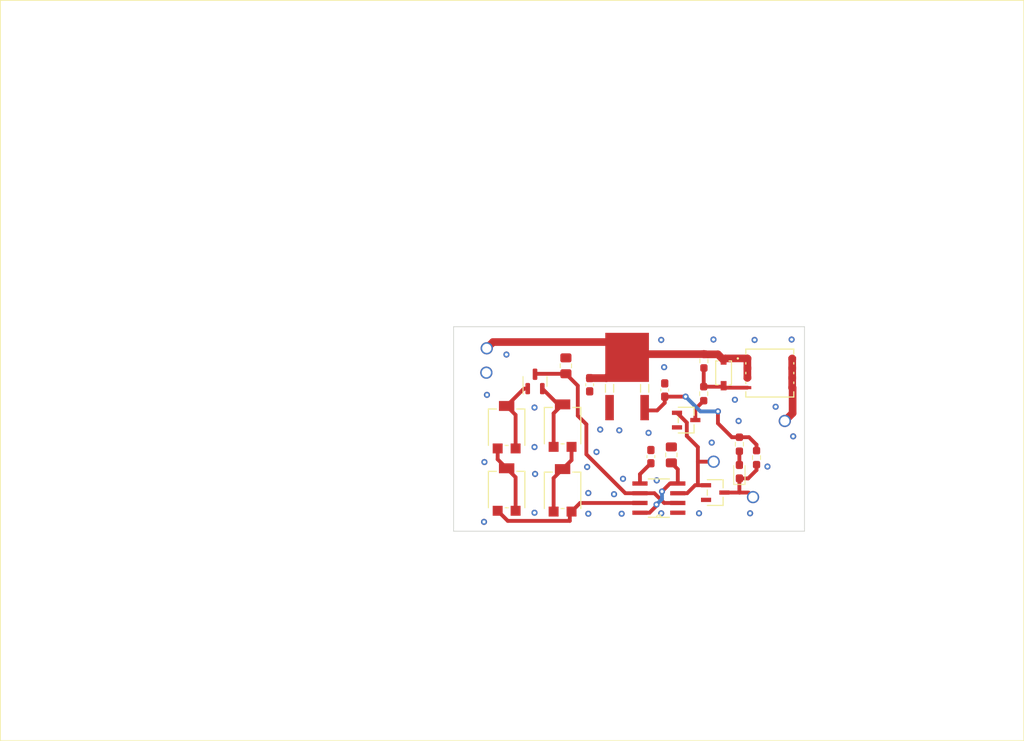
<source format=kicad_pcb>
(kicad_pcb (version 20221018) (generator pcbnew)
  (layers (0 "F.Cu" signal) (31 "B.Cu" signal) (34 "B.Paste" user) (35 "F.Paste" user) (36 "B.SilkS" user "B.Silkscreen") (37 "F.SilkS" user "F.Silkscreen") (38 "B.Mask" user) (39 "F.Mask" user) (44 "Edge.Cuts" user))
  (net 0 "")
  (net 1 "Net-(U8-VOUT)")
  (net 2 "GND1")
  (net 3 "Net-(D22-Conn)")
  (net 4 "Net-(D20-COM)")
  (net 5 "Net-(U7-CONT)")
  (net 6 "Net-(U7-RESET)")
  (net 7 "Net-(D20-A)")
  (net 8 "Net-(D20-K)")
  (net 9 "Net-(D21-K)")
  (net 10 "Net-(D21-A)")
  (net 11 "Net-(R18-Pad3)")
  (net 12 "Net-(U7-DISCH)")
  (net 13 "Net-(R20-Pad2)")
  (net 14 "Net-(U11-CATHODE)")
  (net 15 "Net-(U13-D)")
  (net 16 "Net-(D25-Conn)")
  (net 17 "Net-(D24-Conn)")
  (footprint "ul_ZXTR2012K-13:TO252-3L_DIO" (layer "F.Cu") (at 145.161 99.8855)
    (fp_text reference "U8" hide)
    (fp_text value "ZXTR2012K-13" hide)
    (fp_line (start -2.8194 3.53314) (end -2.8194 4.5466) (stroke (width 0.1524)) (layer "F.SilkS"))
    (fp_line (start -1.7526 3.53314) (end -1.7526 4.5466) (stroke (width 0.1524)) (layer "F.SilkS"))
    (fp_line (start 1.7526 3.53314) (end 1.7526 4.5466) (stroke (width 0.1524)) (layer "F.SilkS"))
    (fp_line (start 2.8194 3.53314) (end 2.8194 4.5466) (stroke (width 0.1524)) (layer "F.SilkS"))
    (pad "1" smd rect (at -2.286 6.5532) (size 1.1176 3.302) (layers "F.Cu" "F.Paste" "F.Mask") (net 2 "GND1"))
    (pad "2" smd rect (at 0 0) (size 5.6896 6.4008) (layers "F.Cu" "F.Paste" "F.Mask") (net 3 "Net-(D22-Conn)"))
    (pad "3" smd rect (at 2.286 6.5532) (size 1.1176 3.302) (layers "F.Cu" "F.Paste" "F.Mask") (net 1 "Net-(U8-VOUT)"))
  )
  (footprint "Capacitor_SMD:C_0603_1608Metric_Pad1.08x0.95mm_HandSolder" (layer "F.Cu") (at 148.2598 112.8307 90)
    (fp_text reference "C24" hide)
    (fp_text value "C" hide)
    (fp_line (start -0.146267 -0.51) (end 0.146267 -0.51) (stroke (width 0.12)) (layer "F.SilkS"))
    (fp_line (start -0.146267 0.51) (end 0.146267 0.51) (stroke (width 0.12)) (layer "F.SilkS"))
    (pad "1" smd roundrect (at -0.8625 0 90) (size 1.075 0.95) (layers "F.Cu" "F.Paste" "F.Mask") (net 5 "Net-(U7-CONT)"))
    (pad "2" smd roundrect (at 0.8625 0 90) (size 1.075 0.95) (layers "F.Cu" "F.Paste" "F.Mask") (net 2 "GND1"))
  )
  (footprint "Resistor_SMD:R_0603_1608Metric_Pad0.98x0.95mm_HandSolder" (layer "F.Cu") (at 155.1686 100.3554 -90)
    (fp_text reference "R24" hide)
    (fp_text value "R" hide)
    (fp_line (start -0.254724 -0.5225) (end 0.254724 -0.5225) (stroke (width 0.12)) (layer "F.SilkS"))
    (fp_line (start -0.254724 0.5225) (end 0.254724 0.5225) (stroke (width 0.12)) (layer "F.SilkS"))
    (pad "1" smd roundrect (at -0.9125 0 270) (size 0.975 0.95) (layers "F.Cu" "F.Paste" "F.Mask") (net 3 "Net-(D22-Conn)"))
    (pad "2" smd roundrect (at 0.9125 0 270) (size 0.975 0.95) (layers "F.Cu" "F.Paste" "F.Mask") (net 14 "Net-(U11-CATHODE)"))
  )
  (footprint "ul_3314G-1-103E:POT_3314G" (layer "F.Cu") (at 129.4638 108.9914)
    (fp_text reference "R18" hide)
    (fp_text value "3314G-1-103E" hide)
    (fp_line (start -2.3749 -2.3749) (end -2.3749 2.3749) (stroke (width 0.1524)) (layer "F.SilkS"))
    (fp_line (start -1.33604 -2.3749) (end -2.3749 -2.3749) (stroke (width 0.1524)) (layer "F.SilkS"))
    (fp_line (start -0.18796 2.3749) (end 0.18796 2.3749) (stroke (width 0.1524)) (layer "F.SilkS"))
    (fp_line (start 2.3749 -2.3749) (end 1.33604 -2.3749) (stroke (width 0.1524)) (layer "F.SilkS"))
    (fp_line (start 2.3749 -2.3749) (end 2.3749 2.3749) (stroke (width 0.1524)) (layer "F.SilkS"))
    (pad "1" smd rect (at 1.1684 2.7686) (size 1.2954 1.2954) (layers "F.Cu" "F.Paste" "F.Mask") (net 7 "Net-(D20-A)"))
    (pad "2" smd rect (at 0 -2.7686) (size 2.0066 1.2954) (layers "F.Cu" "F.Paste" "F.Mask") (net 7 "Net-(D20-A)"))
    (pad "3" smd rect (at -1.1684 2.7686) (size 1.2954 1.2954) (layers "F.Cu" "F.Paste" "F.Mask") (net 11 "Net-(R18-Pad3)"))
  )
  (footprint "Capacitor_SMD:C_0805_2012Metric_Pad1.18x1.45mm_HandSolder" (layer "F.Cu") (at 137.1854 100.9904 90)
    (fp_text reference "C23" hide)
    (fp_text value "C" hide)
    (fp_line (start -0.261252 -0.735) (end 0.261252 -0.735) (stroke (width 0.12)) (layer "F.SilkS"))
    (fp_line (start -0.261252 0.735) (end 0.261252 0.735) (stroke (width 0.12)) (layer "F.SilkS"))
    (pad "1" smd roundrect (at -1.0375 0 90) (size 1.175 1.45) (layers "F.Cu" "F.Paste" "F.Mask") (roundrect_rratio 0.212766) (net 4 "Net-(D20-COM)"))
    (pad "2" smd roundrect (at 1.0375 0 90) (size 1.175 1.45) (layers "F.Cu" "F.Paste" "F.Mask") (roundrect_rratio 0.212766) (net 2 "GND1"))
  )
  (footprint "Resistor_SMD:R_0603_1608Metric_Pad0.98x0.95mm_HandSolder" (layer "F.Cu") (at 155.1432 104.6226 -90)
    (fp_text reference "R22" hide)
    (fp_text value "R" hide)
    (fp_line (start -0.254724 -0.5225) (end 0.254724 -0.5225) (stroke (width 0.12)) (layer "F.SilkS"))
    (fp_line (start -0.254724 0.5225) (end 0.254724 0.5225) (stroke (width 0.12)) (layer "F.SilkS"))
    (pad "1" smd roundrect (at -0.9125 0 270) (size 0.975 0.95) (layers "F.Cu" "F.Paste" "F.Mask") (net 14 "Net-(U11-CATHODE)"))
    (pad "2" smd roundrect (at 0.9125 0 270) (size 0.975 0.95) (layers "F.Cu" "F.Paste" "F.Mask") (net 15 "Net-(U13-D)"))
  )
  (footprint "ul_AO3401A:SOT-23-3L_AOS" (layer "F.Cu") (at 152.8572 108.0643 -90)
    (fp_text reference "U13" hide)
    (fp_text value "AO3401A" hide)
    (fp_line (start -1.6764 -1.0287) (end -1.6764 1.0287) (stroke (width 0.1524)) (layer "F.SilkS"))
    (fp_line (start -0.61214 -1.0287) (end -1.6764 -1.0287) (stroke (width 0.1524)) (layer "F.SilkS"))
    (fp_line (start -0.34036 1.0287) (end 0.34036 1.0287) (stroke (width 0.1524)) (layer "F.SilkS"))
    (fp_line (start 1.6764 -1.0287) (end 0.61214 -1.0287) (stroke (width 0.1524)) (layer "F.SilkS"))
    (fp_line (start 1.6764 1.0287) (end 1.6764 -1.0287) (stroke (width 0.1524)) (layer "F.SilkS"))
    (pad "1" smd rect (at -0.9525 1.1938 270) (size 0.5588 1.3208) (layers "F.Cu" "F.Paste" "F.Mask") (net 16 "Net-(D25-Conn)"))
    (pad "2" smd rect (at 0.9525 1.1938 270) (size 0.5588 1.3208) (layers "F.Cu" "F.Paste" "F.Mask") (net 2 "GND1"))
    (pad "3" smd rect (at 0 -1.1938 270) (size 0.5588 1.3208) (layers "F.Cu" "F.Paste" "F.Mask") (net 15 "Net-(U13-D)"))
  )
  (footprint "ul_3314G-1-103E:POT_3314G" (layer "F.Cu") (at 129.4638 117.1194)
    (fp_text reference "R19" hide)
    (fp_text value "3314G-1-103E" hide)
    (fp_line (start -2.3749 -2.3749) (end -2.3749 2.3749) (stroke (width 0.1524)) (layer "F.SilkS"))
    (fp_line (start -1.33604 -2.3749) (end -2.3749 -2.3749) (stroke (width 0.1524)) (layer "F.SilkS"))
    (fp_line (start -0.18796 2.3749) (end 0.18796 2.3749) (stroke (width 0.1524)) (layer "F.SilkS"))
    (fp_line (start 2.3749 -2.3749) (end 1.33604 -2.3749) (stroke (width 0.1524)) (layer "F.SilkS"))
    (fp_line (start 2.3749 -2.3749) (end 2.3749 2.3749) (stroke (width 0.1524)) (layer "F.SilkS"))
    (pad "1" smd rect (at 1.1684 2.7686) (size 1.2954 1.2954) (layers "F.Cu" "F.Paste" "F.Mask") (net 11 "Net-(R18-Pad3)"))
    (pad "2" smd rect (at 0 -2.7686) (size 2.0066 1.2954) (layers "F.Cu" "F.Paste" "F.Mask") (net 11 "Net-(R18-Pad3)"))
    (pad "3" smd rect (at -1.1684 2.7686) (size 1.2954 1.2954) (layers "F.Cu" "F.Paste" "F.Mask") (net 12 "Net-(U7-DISCH)"))
  )
  (footprint "ul_NE555DR:D8" (layer "F.Cu") (at 149.3012 118.237 180)
    (fp_text reference "U7" hide)
    (fp_text value "NE555DR" hide)
    (fp_line (start -1.373653 2.5019) (end 1.373653 2.5019) (stroke (width 0.1524)) (layer "F.SilkS"))
    (fp_line (start 1.373653 -2.5019) (end -1.373653 -2.5019) (stroke (width 0.1524)) (layer "F.SilkS"))
    (fp_arc (start 0.3048 -2.5019) (mid 0 -2.1971) (end -0.3048 -2.5019) (stroke (width 0.1524)) (layer "F.SilkS"))
    (pad "1" smd rect locked (at -2.4638 -1.905 180) (size 1.9812 0.5588) (layers "F.Cu" "F.Paste" "F.Mask") (net 2 "GND1"))
    (pad "2" smd rect locked (at -2.4638 -0.635 180) (size 1.9812 0.5588) (layers "F.Cu" "F.Paste" "F.Mask") (net 4 "Net-(D20-COM)"))
    (pad "3" smd rect locked (at -2.4638 0.635 180) (size 1.9812 0.5588) (layers "F.Cu" "F.Paste" "F.Mask") (net 16 "Net-(D25-Conn)"))
    (pad "4" smd rect locked (at -2.4638 1.905 180) (size 1.9812 0.5588) (layers "F.Cu" "F.Paste" "F.Mask") (net 6 "Net-(U7-RESET)"))
    (pad "5" smd rect locked (at 2.4638 1.905 180) (size 1.9812 0.5588) (layers "F.Cu" "F.Paste" "F.Mask") (net 5 "Net-(U7-CONT)"))
    (pad "6" smd rect locked (at 2.4638 0.635 180) (size 1.9812 0.5588) (layers "F.Cu" "F.Paste" "F.Mask") (net 4 "Net-(D20-COM)"))
    (pad "7" smd rect locked (at 2.4638 -0.635 180) (size 1.9812 0.5588) (layers "F.Cu" "F.Paste" "F.Mask") (net 12 "Net-(U7-DISCH)"))
    (pad "8" smd rect locked (at 2.4638 -1.905 180) (size 1.9812 0.5588) (layers "F.Cu" "F.Paste" "F.Mask") (net 6 "Net-(U7-RESET)"))
  )
  (footprint "Capacitor_SMD:C_0603_1608Metric_Pad1.08x0.95mm_HandSolder" (layer "F.Cu") (at 140.2842 103.4553 -90)
    (fp_text reference "C22" hide)
    (fp_text value "C" hide)
    (fp_line (start -0.146267 -0.51) (end 0.146267 -0.51) (stroke (width 0.12)) (layer "F.SilkS"))
    (fp_line (start -0.146267 0.51) (end 0.146267 0.51) (stroke (width 0.12)) (layer "F.SilkS"))
    (pad "1" smd roundrect (at -0.8625 0 270) (size 1.075 0.95) (layers "F.Cu" "F.Paste" "F.Mask") (net 3 "Net-(D22-Conn)"))
    (pad "2" smd roundrect (at 0.8625 0 270) (size 1.075 0.95) (layers "F.Cu" "F.Paste" "F.Mask") (net 2 "GND1"))
  )
  (footprint "Wire_holes:WireHole_1p2" (layer "F.Cu") (at 126.873 98.7044)
    (fp_text reference "D22" hide)
    (fp_text value "WireHole_1p5" hide)
    (pad "1" thru_hole circle (at 0 0) (size 1.6 1.6) (drill 1.2) (layers "*.Cu" "*.Mask") (net 3 "Net-(D22-Conn)"))
  )
  (footprint "Capacitor_SMD:C_0805_2012Metric_Pad1.18x1.45mm_HandSolder" (layer "F.Cu") (at 150.9268 112.6021 90)
    (fp_text reference "C25" hide)
    (fp_text value "C" hide)
    (fp_line (start -0.261252 -0.735) (end 0.261252 -0.735) (stroke (width 0.12)) (layer "F.SilkS"))
    (fp_line (start -0.261252 0.735) (end 0.261252 0.735) (stroke (width 0.12)) (layer "F.SilkS"))
    (pad "1" smd roundrect (at -1.0375 0 90) (size 1.175 1.45) (layers "F.Cu" "F.Paste" "F.Mask") (roundrect_rratio 0.212766) (net 6 "Net-(U7-RESET)"))
    (pad "2" smd roundrect (at 1.0375 0 90) (size 1.175 1.45) (layers "F.Cu" "F.Paste" "F.Mask") (roundrect_rratio 0.212766) (net 2 "GND1"))
  )
  (footprint "ul_3314G-1-103E:POT_3314G" (layer "F.Cu") (at 136.7536 117.221)
    (fp_text reference "R20" hide)
    (fp_text value "3314G-1-103E" hide)
    (fp_line (start -2.3749 -2.3749) (end -2.3749 2.3749) (stroke (width 0.1524)) (layer "F.SilkS"))
    (fp_line (start -1.33604 -2.3749) (end -2.3749 -2.3749) (stroke (width 0.1524)) (layer "F.SilkS"))
    (fp_line (start -0.18796 2.3749) (end 0.18796 2.3749) (stroke (width 0.1524)) (layer "F.SilkS"))
    (fp_line (start 2.3749 -2.3749) (end 1.33604 -2.3749) (stroke (width 0.1524)) (layer "F.SilkS"))
    (fp_line (start 2.3749 -2.3749) (end 2.3749 2.3749) (stroke (width 0.1524)) (layer "F.SilkS"))
    (pad "1" smd rect (at 1.1684 2.7686) (size 1.2954 1.2954) (layers "F.Cu" "F.Paste" "F.Mask") (net 12 "Net-(U7-DISCH)"))
    (pad "2" smd rect (at 0 -2.7686) (size 2.0066 1.2954) (layers "F.Cu" "F.Paste" "F.Mask") (net 13 "Net-(R20-Pad2)"))
    (pad "3" smd rect (at -1.1684 2.7686) (size 1.2954 1.2954) (layers "F.Cu" "F.Paste" "F.Mask") (net 13 "Net-(R20-Pad2)"))
  )
  (footprint "LED_SMD:LED_0603_1608Metric_Pad1.05x0.95mm_HandSolder" (layer "F.Cu") (at 159.7914 114.794 90)
    (fp_text reference "D21" hide)
    (fp_text value "LED" hide)
    (fp_line (start -1.66 -0.735) (end -1.66 0.735) (stroke (width 0.12)) (layer "F.SilkS"))
    (fp_line (start -1.66 0.735) (end 0.8 0.735) (stroke (width 0.12)) (layer "F.SilkS"))
    (fp_line (start 0.8 -0.735) (end -1.66 -0.735) (stroke (width 0.12)) (layer "F.SilkS"))
    (pad "1" smd roundrect (at -0.875 0 90) (size 1.05 0.95) (layers "F.Cu" "F.Paste" "F.Mask") (net 9 "Net-(D21-K)"))
    (pad "2" smd roundrect (at 0.875 0 90) (size 1.05 0.95) (layers "F.Cu" "F.Paste" "F.Mask") (net 10 "Net-(D21-A)"))
  )
  (footprint "Resistor_SMD:R_0603_1608Metric_Pad0.98x0.95mm_HandSolder" (layer "F.Cu") (at 159.7914 111.2107 90)
    (fp_text reference "R23" hide)
    (fp_text value "R" hide)
    (fp_line (start -0.254724 -0.5225) (end 0.254724 -0.5225) (stroke (width 0.12)) (layer "F.SilkS"))
    (fp_line (start -0.254724 0.5225) (end 0.254724 0.5225) (stroke (width 0.12)) (layer "F.SilkS"))
    (pad "1" smd roundrect (at -0.9125 0 90) (size 0.975 0.95) (layers "F.Cu" "F.Paste" "F.Mask") (net 10 "Net-(D21-A)"))
    (pad "2" smd roundrect (at 0.9125 0 90) (size 0.975 0.95) (layers "F.Cu" "F.Paste" "F.Mask") (net 1 "Net-(U8-VOUT)"))
  )
  (footprint "Wire_holes:WireHole_1p2" (layer "F.Cu") (at 156.4386 113.4872)
    (fp_text reference "D25" hide)
    (fp_text value "WireHole_1p5" hide)
    (pad "1" thru_hole circle (at 0 0) (size 1.6 1.6) (drill 1.2) (layers "*.Cu" "*.Mask") (net 16 "Net-(D25-Conn)"))
  )
  (footprint "ul_AO3401A:SOT-23-3L_AOS" (layer "F.Cu") (at 156.6418 117.5131 -90)
    (fp_text reference "U14" hide)
    (fp_text value "AO3401A" hide)
    (fp_line (start -1.6764 -1.0287) (end -1.6764 1.0287) (stroke (width 0.1524)) (layer "F.SilkS"))
    (fp_line (start -0.61214 -1.0287) (end -1.6764 -1.0287) (stroke (width 0.1524)) (layer "F.SilkS"))
    (fp_line (start -0.34036 1.0287) (end 0.34036 1.0287) (stroke (width 0.1524)) (layer "F.SilkS"))
    (fp_line (start 1.6764 -1.0287) (end 0.61214 -1.0287) (stroke (width 0.1524)) (layer "F.SilkS"))
    (fp_line (start 1.6764 1.0287) (end 1.6764 -1.0287) (stroke (width 0.1524)) (layer "F.SilkS"))
    (pad "1" smd rect (at -0.9525 1.1938 270) (size 0.5588 1.3208) (layers "F.Cu" "F.Paste" "F.Mask") (net 16 "Net-(D25-Conn)"))
    (pad "2" smd rect (at 0.9525 1.1938 270) (size 0.5588 1.3208) (layers "F.Cu" "F.Paste" "F.Mask") (net 2 "GND1"))
    (pad "3" smd rect (at 0 -1.1938 270) (size 0.5588 1.3208) (layers "F.Cu" "F.Paste" "F.Mask") (net 9 "Net-(D21-K)"))
  )
  (footprint "Resistor_SMD:R_0603_1608Metric_Pad0.98x0.95mm_HandSolder" (layer "F.Cu") (at 162.0266 112.9595 90)
    (fp_text reference "R25" hide)
    (fp_text value "R" hide)
    (fp_line (start -0.254724 -0.5225) (end 0.254724 -0.5225) (stroke (width 0.12)) (layer "F.SilkS"))
    (fp_line (start -0.254724 0.5225) (end 0.254724 0.5225) (stroke (width 0.12)) (layer "F.SilkS"))
    (pad "1" smd roundrect (at -0.9125 0 90) (size 0.975 0.95) (layers "F.Cu" "F.Paste" "F.Mask") (net 9 "Net-(D21-K)"))
    (pad "2" smd roundrect (at 0.9125 0 90) (size 0.975 0.95) (layers "F.Cu" "F.Paste" "F.Mask") (net 1 "Net-(U8-VOUT)"))
  )
  (footprint "ul_SI7489DP-T1-E3:MOSFET_65DP-T1-E3_VIS" (layer "F.Cu") (at 163.7538 101.9302)
    (fp_text reference "U12" hide)
    (fp_text value "SI7489DP-T1-E3" hide)
    (fp_line (start -3.1242 -3.1242) (end -3.1242 -2.44094) (stroke (width 0.1524)) (layer "F.SilkS"))
    (fp_line (start -3.1242 -1.36906) (end -3.1242 -1.17094) (stroke (width 0.1524)) (layer "F.SilkS"))
    (fp_line (start -3.1242 -0.09906) (end -3.1242 0.09906) (stroke (width 0.1524)) (layer "F.SilkS"))
    (fp_line (start -3.1242 1.17094) (end -3.1242 1.36906) (stroke (width 0.1524)) (layer "F.SilkS"))
    (fp_line (start -3.1242 2.44094) (end -3.1242 3.1242) (stroke (width 0.1524)) (layer "F.SilkS"))
    (fp_line (start -3.1242 3.1242) (end 3.1242 3.1242) (stroke (width 0.1524)) (layer "F.SilkS"))
    (fp_line (start 3.1242 -3.1242) (end -3.1242 -3.1242) (stroke (width 0.1524)) (layer "F.SilkS"))
    (fp_line (start 3.1242 -2.44094) (end 3.1242 -3.1242) (stroke (width 0.1524)) (layer "F.SilkS"))
    (fp_line (start 3.1242 -1.17094) (end 3.1242 -1.36906) (stroke (width 0.1524)) (layer "F.SilkS"))
    (fp_line (start 3.1242 0.09906) (end 3.1242 -0.09906) (stroke (width 0.1524)) (layer "F.SilkS"))
    (fp_line (start 3.1242 1.36906) (end 3.1242 1.17094) (stroke (width 0.1524)) (layer "F.SilkS"))
    (fp_line (start 3.1242 3.1242) (end 3.1242 2.44094) (stroke (width 0.1524)) (layer "F.SilkS"))
    (fp_circle (center -4.1656 -1.905) (end -4.0894 -1.905) (stroke (width 0.1524)) (fill none) (layer "F.SilkS"))
    (pad "1" smd rect (at -2.921 -1.905) (size 1.016 0.4064) (layers "F.Cu" "F.Paste" "F.Mask") (net 3 "Net-(D22-Conn)"))
    (pad "2" smd rect (at -2.921 -0.635) (size 1.016 0.4064) (layers "F.Cu" "F.Paste" "F.Mask") (net 3 "Net-(D22-Conn)"))
    (pad "3" smd rect (at -2.921 0.635) (size 1.016 0.4064) (layers "F.Cu" "F.Paste" "F.Mask") (net 3 "Net-(D22-Conn)"))
    (pad "4" smd rect (at -2.921 1.905) (size 1.016 0.4064) (layers "F.Cu" "F.Paste" "F.Mask") (net 14 "Net-(U11-CATHODE)"))
    (pad "5" smd rect (at 2.921 1.905) (size 1.016 0.4064) (layers "F.Cu" "F.Paste" "F.Mask") (net 17 "Net-(D24-Conn)"))
    (pad "6" smd rect (at 2.921 0.635) (size 1.016 0.4064) (layers "F.Cu" "F.Paste" "F.Mask") (net 17 "Net-(D24-Conn)"))
    (pad "7" smd rect (at 2.921 -0.635) (size 1.016 0.4064) (layers "F.Cu" "F.Paste" "F.Mask") (net 17 "Net-(D24-Conn)"))
    (pad "8" smd rect (at 2.921 -1.905) (size 1.016 0.4064) (layers "F.Cu" "F.Paste" "F.Mask") (net 17 "Net-(D24-Conn)"))
  )
  (footprint "ul_3314G-1-103E:POT_3314G" (layer "F.Cu") (at 136.7536 108.7882)
    (fp_text reference "R21" hide)
    (fp_text value "3314G-1-103E" hide)
    (fp_line (start -2.3749 -2.3749) (end -2.3749 2.3749) (stroke (width 0.1524)) (layer "F.SilkS"))
    (fp_line (start -1.33604 -2.3749) (end -2.3749 -2.3749) (stroke (width 0.1524)) (layer "F.SilkS"))
    (fp_line (start -0.18796 2.3749) (end 0.18796 2.3749) (stroke (width 0.1524)) (layer "F.SilkS"))
    (fp_line (start 2.3749 -2.3749) (end 1.33604 -2.3749) (stroke (width 0.1524)) (layer "F.SilkS"))
    (fp_line (start 2.3749 -2.3749) (end 2.3749 2.3749) (stroke (width 0.1524)) (layer "F.SilkS"))
    (pad "1" smd rect (at 1.1684 2.7686) (size 1.2954 1.2954) (layers "F.Cu" "F.Paste" "F.Mask") (net 13 "Net-(R20-Pad2)"))
    (pad "2" smd rect (at 0 -2.7686) (size 2.0066 1.2954) (layers "F.Cu" "F.Paste" "F.Mask") (net 8 "Net-(D20-K)"))
    (pad "3" smd rect (at -1.1684 2.7686) (size 1.2954 1.2954) (layers "F.Cu" "F.Paste" "F.Mask") (net 8 "Net-(D20-K)"))
  )
  (footprint "ul_MMSZ4697T1G:SOD-123_ONS" (layer "F.Cu") (at 157.734 101.9048 90)
    (fp_text reference "U11" hide)
    (fp_text value "MMSZ4697T1G" hide)
    (fp_line (start -1.5494 -1.0287) (end -1.5494 -0.71374) (stroke (width 0.1524)) (layer "F.SilkS"))
    (fp_line (start -1.5494 0.71374) (end -1.5494 1.0287) (stroke (width 0.1524)) (layer "F.SilkS"))
    (fp_line (start -1.5494 1.0287) (end 1.5494 1.0287) (stroke (width 0.1524)) (layer "F.SilkS"))
    (fp_line (start 1.5494 -1.0287) (end -1.5494 -1.0287) (stroke (width 0.1524)) (layer "F.SilkS"))
    (fp_line (start 1.5494 -0.71374) (end 1.5494 -1.0287) (stroke (width 0.1524)) (layer "F.SilkS"))
    (fp_line (start 1.5494 1.0287) (end 1.5494 0.71374) (stroke (width 0.1524)) (layer "F.SilkS"))
    (pad "1" smd rect (at -1.6764 0 90) (size 1.2192 0.762) (layers "F.Cu" "F.Paste" "F.Mask") (net 14 "Net-(U11-CATHODE)"))
    (pad "2" smd rect (at 1.6764 0 90) (size 1.2192 0.762) (layers "F.Cu" "F.Paste" "F.Mask") (net 3 "Net-(D22-Conn)"))
  )
  (footprint "Capacitor_SMD:C_0603_1608Metric_Pad1.08x0.95mm_HandSolder" (layer "F.Cu") (at 150.0632 104.1411 90)
    (fp_text reference "C21" hide)
    (fp_text value "C" hide)
    (fp_line (start -0.146267 -0.51) (end 0.146267 -0.51) (stroke (width 0.12)) (layer "F.SilkS"))
    (fp_line (start -0.146267 0.51) (end 0.146267 0.51) (stroke (width 0.12)) (layer "F.SilkS"))
    (pad "1" smd roundrect (at -0.8625 0 90) (size 1.075 0.95) (layers "F.Cu" "F.Paste" "F.Mask") (net 1 "Net-(U8-VOUT)"))
    (pad "2" smd roundrect (at 0.8625 0 90) (size 1.075 0.95) (layers "F.Cu" "F.Paste" "F.Mask") (net 2 "GND1"))
  )
  (footprint "Wire_holes:WireHole_1p2" (layer "F.Cu") (at 161.5694 118.11)
    (fp_text reference "D26" hide)
    (fp_text value "WireHole_1p5" hide)
    (pad "1" thru_hole circle (at 0 0) (size 1.6 1.6) (drill 1.2) (layers "*.Cu" "*.Mask") (net 9 "Net-(D21-K)"))
  )
  (footprint "Wire_holes:WireHole_1p2" (layer "F.Cu") (at 165.7096 108.1786)
    (fp_text reference "D24" hide)
    (fp_text value "WireHole_1p5" hide)
    (pad "1" thru_hole circle (at 0 0) (size 1.6 1.6) (drill 1.2) (layers "*.Cu" "*.Mask") (net 17 "Net-(D24-Conn)"))
  )
  (footprint "Package_TO_SOT_SMD:SOT-23" (layer "F.Cu") (at 133.162 103.0247 90)
    (fp_text reference "D20" hide)
    (fp_text value "BAT54S" hide)
    (fp_line (start 0 -1.56) (end -1.675 -1.56) (stroke (width 0.12)) (layer "F.SilkS"))
    (fp_line (start 0 -1.56) (end 0.65 -1.56) (stroke (width 0.12)) (layer "F.SilkS"))
    (fp_line (start 0 1.56) (end -0.65 1.56) (stroke (width 0.12)) (layer "F.SilkS"))
    (fp_line (start 0 1.56) (end 0.65 1.56) (stroke (width 0.12)) (layer "F.SilkS"))
    (pad "1" smd roundrect (at -0.9375 -0.95 90) (size 1.475 0.6) (layers "F.Cu" "F.Paste" "F.Mask") (net 7 "Net-(D20-A)"))
    (pad "2" smd roundrect (at -0.9375 0.95 90) (size 1.475 0.6) (layers "F.Cu" "F.Paste" "F.Mask") (net 8 "Net-(D20-K)"))
    (pad "3" smd roundrect (at 0.9375 0 90) (size 1.475 0.6) (layers "F.Cu" "F.Paste" "F.Mask") (net 4 "Net-(D20-COM)"))
  )
  (footprint "Wire_holes:WireHole_1p2" (layer "F.Cu") (at 126.8222 101.8794)
    (fp_text reference "D23" hide)
    (fp_text value "WireHole_1p5" hide)
    (pad "1" thru_hole circle (at 0 0) (size 1.6 1.6) (drill 1.2) (layers "*.Cu" "*.Mask") (net 2 "GND1"))
  )
  (gr_line (start 63.5 53.34) (end 196.85 53.34) (stroke (width 0.1)) (layer "F.SilkS"))
  (gr_line (start 196.85 149.86) (end 63.5 149.86) (stroke (width 0.1)) (layer "F.SilkS"))
  (gr_line (start 196.85 53.34) (end 196.85 149.86) (stroke (width 0.1)) (layer "F.SilkS"))
  (gr_line (start 63.5 149.86) (end 63.5 53.34) (stroke (width 0.1)) (layer "F.SilkS"))
  (gr_line (start 122.555 122.555) (end 168.275 122.555) (stroke (width 0.1)) (layer "Edge.Cuts"))
  (gr_line (start 168.275 122.555) (end 168.275 95.885) (stroke (width 0.1)) (layer "Edge.Cuts"))
  (gr_line (start 168.275 95.885) (end 122.555 95.885) (stroke (width 0.1)) (layer "Edge.Cuts"))
  (gr_line (start 122.555 95.885) (end 122.555 122.555) (stroke (width 0.1)) (layer "Edge.Cuts"))
  (segment (start 156.9974 108.4834) (end 156.9974 106.934) (width 0.5) (layer "F.Cu") (net 1))
  (segment (start 147.8153 106.807) (end 147.447 106.4387) (width 0.5) (layer "F.Cu") (net 1))
  (segment (start 150.0632 105.8164) (end 149.0726 106.807) (width 0.5) (layer "F.Cu") (net 1))
  (segment (start 161.0474 110.2982) (end 159.7914 110.2982) (width 0.5) (layer "F.Cu") (net 1))
  (segment (start 158.8122 110.2982) (end 156.9974 108.4834) (width 0.5) (layer "F.Cu") (net 1))
  (segment (start 152.781 105.0036) (end 150.0632 105.0036) (width 0.5) (layer "F.Cu") (net 1))
  (segment (start 162.0266 111.2774) (end 161.0474 110.2982) (width 0.5) (layer "F.Cu") (net 1))
  (segment (start 159.7914 110.2982) (end 158.8122 110.2982) (width 0.5) (layer "F.Cu") (net 1))
  (segment (start 162.0266 112.047) (end 162.0266 111.2774) (width 0.5) (layer "F.Cu") (net 1))
  (segment (start 150.0632 105.0036) (end 150.0632 105.8164) (width 0.5) (layer "F.Cu") (net 1))
  (segment (start 149.0726 106.807) (end 147.8153 106.807) (width 0.5) (layer "F.Cu") (net 1))
  (via (at 152.781 105.0036) (size 0.8) (drill 0.4) (layers "F.Cu" "B.Cu") (net 1))
  (via (at 156.9974 106.934) (size 0.8) (drill 0.4) (layers "F.Cu" "B.Cu") (net 1))
  (segment (start 154.7114 106.934) (end 152.781 105.0036) (width 0.5) (layer "B.Cu") (net 1))
  (segment (start 156.9974 106.934) (end 154.7114 106.934) (width 0.5) (layer "B.Cu") (net 1))
  (via (at 144.4498 120.269) (size 0.8) (drill 0.4) (layers "F.Cu" "B.Cu") (net 2))
  (via (at 161.7726 97.6122) (size 0.8) (drill 0.4) (layers "F.Cu" "B.Cu") (net 2))
  (via (at 166.5986 97.5614) (size 0.8) (drill 0.4) (layers "F.Cu" "B.Cu") (net 2))
  (via (at 144.145 109.3978) (size 0.8) (drill 0.4) (layers "F.Cu" "B.Cu") (net 2))
  (via (at 133.096 120.142) (size 0.8) (drill 0.4) (layers "F.Cu" "B.Cu") (net 2))
  (via (at 129.4384 99.5172) (size 0.8) (drill 0.4) (layers "F.Cu" "B.Cu") (net 2))
  (via (at 140.1064 120.269) (size 0.8) (drill 0.4) (layers "F.Cu" "B.Cu") (net 2))
  (via (at 149.606 120.2182) (size 0.8) (drill 0.4) (layers "F.Cu" "B.Cu") (net 2))
  (via (at 144.6276 115.7224) (size 0.8) (drill 0.4) (layers "F.Cu" "B.Cu") (net 2))
  (via (at 147.955 109.728) (size 0.8) (drill 0.4) (layers "F.Cu" "B.Cu") (net 2))
  (via (at 164.5158 106.3244) (size 0.8) (drill 0.4) (layers "F.Cu" "B.Cu") (net 2))
  (via (at 161.1884 120.2182) (size 0.8) (drill 0.4) (layers "F.Cu" "B.Cu") (net 2))
  (via (at 133.1722 115.0874) (size 0.8) (drill 0.4) (layers "F.Cu" "B.Cu") (net 2))
  (via (at 141.1732 112.2172) (size 0.8) (drill 0.4) (layers "F.Cu" "B.Cu") (net 2))
  (via (at 159.2072 105.41) (size 0.8) (drill 0.4) (layers "F.Cu" "B.Cu") (net 2))
  (via (at 126.5174 121.3358) (size 0.8) (drill 0.4) (layers "F.Cu" "B.Cu") (net 2))
  (via (at 159.6898 108.1786) (size 0.8) (drill 0.4) (layers "F.Cu" "B.Cu") (net 2))
  (via (at 133.096 111.5822) (size 0.8) (drill 0.4) (layers "F.Cu" "B.Cu") (net 2))
  (via (at 156.1846 110.998) (size 0.8) (drill 0.4) (layers "F.Cu" "B.Cu") (net 2))
  (via (at 149.987 101.1682) (size 0.8) (drill 0.4) (layers "F.Cu" "B.Cu") (net 2))
  (via (at 139.954 114.173) (size 0.8) (drill 0.4) (layers "F.Cu" "B.Cu") (net 2))
  (via (at 149.606 97.6122) (size 0.8) (drill 0.4) (layers "F.Cu" "B.Cu") (net 2))
  (via (at 140.1064 117.5766) (size 0.8) (drill 0.4) (layers "F.Cu" "B.Cu") (net 2))
  (via (at 166.8018 110.1852) (size 0.8) (drill 0.4) (layers "F.Cu" "B.Cu") (net 2))
  (via (at 143.4592 117.729) (size 0.8) (drill 0.4) (layers "F.Cu" "B.Cu") (net 2))
  (via (at 154.5336 120.2182) (size 0.8) (drill 0.4) (layers "F.Cu" "B.Cu") (net 2))
  (via (at 156.4132 97.5614) (size 0.8) (drill 0.4) (layers "F.Cu" "B.Cu") (net 2))
  (via (at 126.5682 113.538) (size 0.8) (drill 0.4) (layers "F.Cu" "B.Cu") (net 2))
  (via (at 133.096 106.426) (size 0.8) (drill 0.4) (layers "F.Cu" "B.Cu") (net 2))
  (via (at 163.449 114.1222) (size 0.8) (drill 0.4) (layers "F.Cu" "B.Cu") (net 2))
  (via (at 149.0218 115.9256) (size 0.8) (drill 0.4) (layers "F.Cu" "B.Cu") (net 2))
  (via (at 126.8984 104.775) (size 0.8) (drill 0.4) (layers "F.Cu" "B.Cu") (net 2))
  (via (at 141.6558 109.2962) (size 0.8) (drill 0.4) (layers "F.Cu" "B.Cu") (net 2))
  (segment (start 145.5801 99.4664) (end 145.161 99.8855) (width 1) (layer "F.Cu") (net 3))
  (segment (start 143.256 97.8916) (end 127.6858 97.8916) (width 1) (layer "F.Cu") (net 3))
  (segment (start 156.9974 99.4918) (end 155.2175 99.4918) (width 1) (layer "F.Cu") (net 3))
  (segment (start 142.4537 102.5928) (end 145.161 99.8855) (width 1) (layer "F.Cu") (net 3))
  (segment (start 145.161 99.8855) (end 143.256 97.9805) (width 1) (layer "F.Cu") (net 3))
  (segment (start 157.734 100.2284) (end 156.9974 99.4918) (width 1) (layer "F.Cu") (net 3))
  (segment (start 160.8328 100.0252) (end 157.9372 100.0252) (width 1) (layer "F.Cu") (net 3))
  (segment (start 155.1451 99.4664) (end 145.5801 99.4664) (width 1) (layer "F.Cu") (net 3))
  (segment (start 160.8328 102.5652) (end 160.8328 100.0252) (width 1) (layer "F.Cu") (net 3))
  (segment (start 155.1686 99.4429) (end 155.1451 99.4664) (width 1) (layer "F.Cu") (net 3))
  (segment (start 140.2842 102.5928) (end 142.4537 102.5928) (width 1) (layer "F.Cu") (net 3))
  (segment (start 143.256 97.9805) (end 143.256 97.8916) (width 1) (layer "F.Cu") (net 3))
  (segment (start 157.9372 100.0252) (end 157.734 100.2284) (width 1) (layer "F.Cu") (net 3))
  (segment (start 127.6858 97.8916) (end 126.873 98.7044) (width 1) (layer "F.Cu") (net 3))
  (segment (start 155.2175 99.4918) (end 155.1686 99.4429) (width 1) (layer "F.Cu") (net 3))
  (segment (start 148.717 117.602) (end 146.8374 117.602) (width 0.5) (layer "F.Cu") (net 4))
  (segment (start 151.765 118.872) (end 149.987 118.872) (width 0.5) (layer "F.Cu") (net 4))
  (segment (start 137.1854 102.0279) (end 133.2213 102.0279) (width 0.5) (layer "F.Cu") (net 4))
  (segment (start 138.7348 103.5773) (end 138.7348 107.4928) (width 0.5) (layer "F.Cu") (net 4))
  (segment (start 144.9324 117.602) (end 146.8374 117.602) (width 0.5) (layer "F.Cu") (net 4))
  (segment (start 149.987 118.872) (end 148.717 117.602) (width 0.5) (layer "F.Cu") (net 4))
  (segment (start 137.1854 102.0279) (end 138.7348 103.5773) (width 0.5) (layer "F.Cu") (net 4))
  (segment (start 139.8524 108.6104) (end 139.8524 112.522) (width 0.5) (layer "F.Cu") (net 4))
  (segment (start 139.8524 112.522) (end 144.9324 117.602) (width 0.5) (layer "F.Cu") (net 4))
  (segment (start 133.2213 102.0279) (end 133.162 102.0872) (width 0.5) (layer "F.Cu") (net 4))
  (segment (start 138.7348 107.4928) (end 139.8524 108.6104) (width 0.5) (layer "F.Cu") (net 4))
  (segment (start 146.8374 116.332) (end 146.8374 115.1156) (width 0.5) (layer "F.Cu") (net 5))
  (segment (start 146.8374 115.1156) (end 148.2598 113.6932) (width 0.5) (layer "F.Cu") (net 5))
  (segment (start 148.082 120.142) (end 146.8374 120.142) (width 0.5) (layer "F.Cu") (net 6))
  (segment (start 148.992612 119.231388) (end 148.082 120.142) (width 0.5) (layer "F.Cu") (net 6))
  (segment (start 148.992612 119.078988) (end 148.992612 119.231388) (width 0.5) (layer "F.Cu") (net 6))
  (segment (start 150.749 116.332) (end 151.765 116.332) (width 0.5) (layer "F.Cu") (net 6))
  (segment (start 151.765 116.332) (end 151.765 114.4778) (width 0.5) (layer "F.Cu") (net 6))
  (segment (start 151.765 114.4778) (end 150.9268 113.6396) (width 0.5) (layer "F.Cu") (net 6))
  (segment (start 149.7076 117.3734) (end 150.749 116.332) (width 0.5) (layer "F.Cu") (net 6))
  (via (at 148.992612 119.078988) (size 0.8) (drill 0.4) (layers "F.Cu" "B.Cu") (net 6))
  (via (at 149.7076 117.3734) (size 0.8) (drill 0.4) (layers "F.Cu" "B.Cu") (net 6))
  (segment (start 149.7076 118.364) (end 148.992612 119.078988) (width 0.5) (layer "B.Cu") (net 6))
  (segment (start 149.7076 117.3734) (end 149.7076 118.364) (width 0.5) (layer "B.Cu") (net 6))
  (segment (start 131.7244 103.9622) (end 129.4638 106.2228) (width 0.5) (layer "F.Cu") (net 7))
  (segment (start 130.6322 111.76) (end 130.6322 107.3912) (width 0.5) (layer "F.Cu") (net 7))
  (segment (start 132.212 103.9622) (end 131.7244 103.9622) (width 0.5) (layer "F.Cu") (net 7))
  (segment (start 130.6322 107.3912) (end 129.4638 106.2228) (width 0.5) (layer "F.Cu") (net 7))
  (segment (start 136.7536 106.0196) (end 136.1694 106.0196) (width 0.5) (layer "F.Cu") (net 8))
  (segment (start 135.5852 111.5568) (end 135.5852 107.188) (width 0.5) (layer "F.Cu") (net 8))
  (segment (start 135.5852 107.188) (end 136.7536 106.0196) (width 0.5) (layer "F.Cu") (net 8))
  (segment (start 136.1694 106.0196) (end 134.112 103.9622) (width 0.5) (layer "F.Cu") (net 8))
  (segment (start 157.8356 117.5131) (end 159.8168 117.5131) (width 0.5) (layer "F.Cu") (net 9))
  (segment (start 160.9344 115.6716) (end 160.9318 115.669) (width 0.5) (layer "F.Cu") (net 9))
  (segment (start 160.9725 117.5131) (end 161.5694 118.11) (width 0.5) (layer "F.Cu") (net 9))
  (segment (start 159.7914 115.669) (end 159.7914 117.4877) (width 0.5) (layer "F.Cu") (net 9))
  (segment (start 159.8168 117.5131) (end 160.9725 117.5131) (width 0.5) (layer "F.Cu") (net 9))
  (segment (start 160.9318 115.669) (end 159.7914 115.669) (width 0.5) (layer "F.Cu") (net 9))
  (segment (start 162.0266 114.5794) (end 160.9344 115.6716) (width 0.5) (layer "F.Cu") (net 9))
  (segment (start 162.0266 113.872) (end 162.0266 114.5794) (width 0.5) (layer "F.Cu") (net 9))
  (segment (start 159.7914 117.4877) (end 159.8168 117.5131) (width 0.5) (layer "F.Cu") (net 9))
  (segment (start 159.7914 113.919) (end 159.7914 112.1232) (width 0.5) (layer "F.Cu") (net 10))
  (segment (start 130.6322 115.5192) (end 129.4638 114.3508) (width 0.5) (layer "F.Cu") (net 11))
  (segment (start 130.6322 119.888) (end 130.6322 115.5192) (width 0.5) (layer "F.Cu") (net 11))
  (segment (start 128.2954 111.76) (end 128.2954 113.1824) (width 0.5) (layer "F.Cu") (net 11))
  (segment (start 128.2954 113.1824) (end 129.4638 114.3508) (width 0.5) (layer "F.Cu") (net 11))
  (segment (start 129.6162 121.2088) (end 137.6934 121.2088) (width 0.5) (layer "F.Cu") (net 12))
  (segment (start 146.8374 118.872) (end 139.0396 118.872) (width 0.5) (layer "F.Cu") (net 12))
  (segment (start 137.6934 121.2088) (end 137.6934 120.2182) (width 0.5) (layer "F.Cu") (net 12))
  (segment (start 128.2954 119.888) (end 129.6162 121.2088) (width 0.5) (layer "F.Cu") (net 12))
  (segment (start 137.6934 120.2182) (end 137.922 119.9896) (width 0.5) (layer "F.Cu") (net 12))
  (segment (start 139.0396 118.872) (end 137.922 119.9896) (width 0.5) (layer "F.Cu") (net 12))
  (segment (start 135.5852 119.9896) (end 135.5852 115.6208) (width 0.5) (layer "F.Cu") (net 13))
  (segment (start 137.922 113.284) (end 136.7536 114.4524) (width 0.5) (layer "F.Cu") (net 13))
  (segment (start 135.5852 115.6208) (end 136.7536 114.4524) (width 0.5) (layer "F.Cu") (net 13))
  (segment (start 137.922 111.5568) (end 137.922 113.284) (width 0.5) (layer "F.Cu") (net 13))
  (segment (start 157.6051 103.7101) (end 157.734 103.5812) (width 0.5) (layer "F.Cu") (net 14))
  (segment (start 155.1432 103.7101) (end 155.1432 101.2933) (width 0.5) (layer "F.Cu") (net 14))
  (segment (start 155.1432 103.7101) (end 157.6051 103.7101) (width 0.5) (layer "F.Cu") (net 14))
  (segment (start 156.9955 103.5812) (end 157.734 103.5812) (width 0.25) (layer "F.Cu") (net 14))
  (segment (start 155.1432 101.2933) (end 155.1686 101.2679) (width 0.5) (layer "F.Cu") (net 14))
  (segment (start 160.8328 103.8352) (end 157.988 103.8352) (width 0.5) (layer "F.Cu") (net 14))
  (segment (start 157.988 103.8352) (end 157.734 103.5812) (width 0.5) (layer "F.Cu") (net 14))
  (segment (start 154.051 106.6273) (end 155.1432 105.5351) (width 0.5) (layer "F.Cu") (net 15))
  (segment (start 154.051 108.0643) (end 154.051 106.6273) (width 0.5) (layer "F.Cu") (net 15))
  (segment (start 151.6634 107.1118) (end 152.9406 108.389) (width 0.5) (layer "F.Cu") (net 16))
  (segment (start 154.0256 116.5606) (end 154.432 116.5606) (width 0.5) (layer "F.Cu") (net 16))
  (segment (start 156.4386 113.4872) (end 154.3812 113.4872) (width 0.5) (layer "F.Cu") (net 16))
  (segment (start 154.3812 116.5098) (end 154.432 116.5606) (width 0.5) (layer "F.Cu") (net 16))
  (segment (start 154.432 116.5606) (end 155.448 116.5606) (width 0.5) (layer "F.Cu") (net 16))
  (segment (start 154.3812 113.4872) (end 154.3812 116.5098) (width 0.5) (layer "F.Cu") (net 16))
  (segment (start 152.9842 117.602) (end 154.0256 116.5606) (width 0.5) (layer "F.Cu") (net 16))
  (segment (start 151.765 117.602) (end 152.9842 117.602) (width 0.5) (layer "F.Cu") (net 16))
  (segment (start 154.3812 111.5822) (end 154.3812 113.4872) (width 0.5) (layer "F.Cu") (net 16))
  (segment (start 152.9406 110.1416) (end 154.3812 111.5822) (width 0.5) (layer "F.Cu") (net 16))
  (segment (start 152.9406 108.389) (end 152.9406 110.1416) (width 0.5) (layer "F.Cu") (net 16))
  (segment (start 166.7256 107.1626) (end 166.7256 103.886) (width 1) (layer "F.Cu") (net 17))
  (segment (start 165.7096 108.1786) (end 166.7256 107.1626) (width 1) (layer "F.Cu") (net 17))
  (segment (start 166.7256 103.886) (end 166.6748 103.8352) (width 1) (layer "F.Cu") (net 17))
  (segment (start 166.6748 103.8352) (end 166.6748 100.0252) (width 1) (layer "F.Cu") (net 17))
)
</source>
